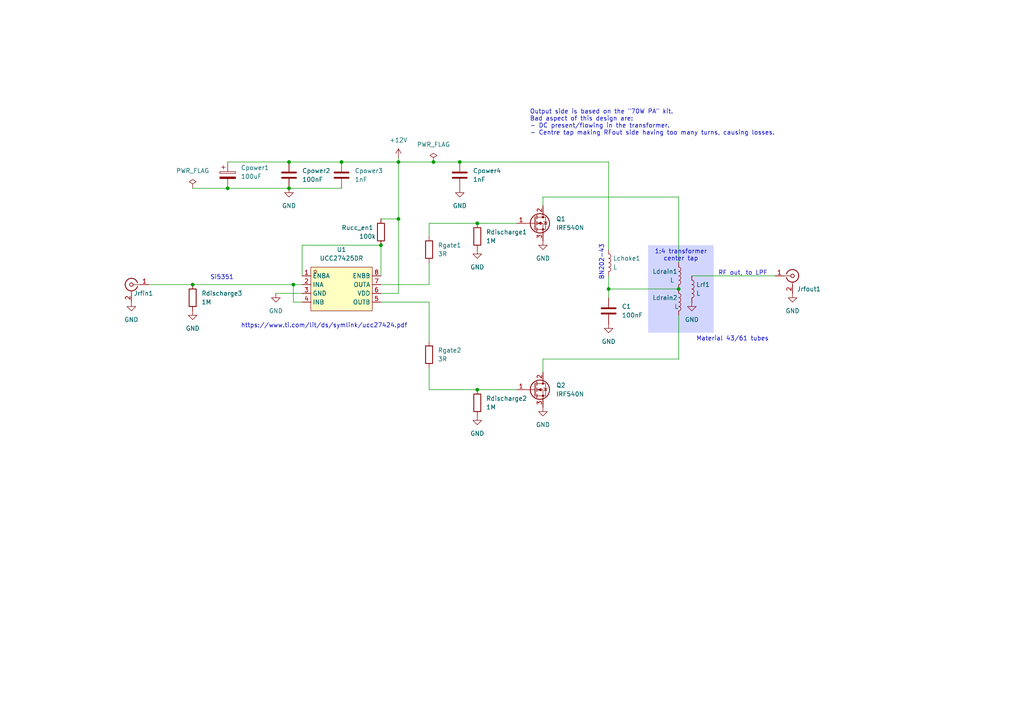
<source format=kicad_sch>
(kicad_sch (version 20230121) (generator eeschema)
  (paper "A4")
  (lib_symbols
    (symbol "Connector:Conn_Coaxial" (pin_names (offset 1.016) hide)
      (property "Reference" "J" (at 0.254 3.048 0))
      (property "Value" "Conn_Coaxial" (at 2.921 0 90))
      (symbol "Conn_Coaxial_0_1"
        (arc (start -1.778 -0.508) (mid 0.2311 -1.8066) (end 1.778 0) (stroke (width 0.254)))
        (polyline (pts (xy -2.54 0) (xy -0.508 0)))
        (polyline (pts (xy 0 -2.54) (xy 0 -1.778)))
        (circle (center 0 0) (radius 0.508) (stroke (width 0.2032)))
        (arc (start 1.778 0) (mid 0.2099 1.8101) (end -1.778 0.508) (stroke (width 0.254)))
      )
      (symbol "Conn_Coaxial_1_1"
        (pin passive line (at -5.08 0 0) (length 2.54) (name "In") (number "1"))
        (pin passive line (at 0 -5.08 90) (length 2.54) (name "Ext") (number "2"))
      )
    )
    (symbol "Device:C" (pin_numbers hide) (pin_names (offset 0.254))
      (property "Reference" "C" (at 0.635 2.54 0))
      (property "Value" "C" (at 0.635 -2.54 0))
      (symbol "C_0_1"
        (polyline (pts (xy -2.032 -0.762) (xy 2.032 -0.762)) (stroke (width 0.508)))
        (polyline (pts (xy -2.032 0.762) (xy 2.032 0.762)) (stroke (width 0.508)))
      )
      (symbol "C_1_1"
        (pin passive line (at 0 3.81 270) (length 2.794) (name "~") (number "1"))
        (pin passive line (at 0 -3.81 90) (length 2.794) (name "~") (number "2"))
      )
    )
    (symbol "Device:C_Polarized" (pin_numbers hide) (pin_names (offset 0.254))
      (property "Reference" "C" (at 0.635 2.54 0))
      (property "Value" "C_Polarized" (at 0.635 -2.54 0))
      (symbol "C_Polarized_0_1"
        (rectangle (start -2.286 0.508) (end 2.286 1.016))
        (polyline (pts (xy -1.778 2.286) (xy -0.762 2.286)))
        (polyline (pts (xy -1.27 2.794) (xy -1.27 1.778)))
        (rectangle (start 2.286 -0.508) (end -2.286 -1.016) (fill (type outline)))
      )
      (symbol "C_Polarized_1_1"
        (pin passive line (at 0 3.81 270) (length 2.794) (name "~") (number "1"))
        (pin passive line (at 0 -3.81 90) (length 2.794) (name "~") (number "2"))
      )
    )
    (symbol "Device:L" (pin_numbers hide) (pin_names (offset 1.016) hide)
      (property "Reference" "L" (at -1.27 0 90))
      (property "Value" "L" (at 1.905 0 90))
      (symbol "L_0_1"
        (arc (start 0 -2.54) (mid 0.6323 -1.905) (end 0 -1.27))
        (arc (start 0 -1.27) (mid 0.6323 -0.635) (end 0 0))
        (arc (start 0 0) (mid 0.6323 0.635) (end 0 1.27))
        (arc (start 0 1.27) (mid 0.6323 1.905) (end 0 2.54))
      )
      (symbol "L_1_1"
        (pin passive line (at 0 3.81 270) (length 1.27) (name "1") (number "1"))
        (pin passive line (at 0 -3.81 90) (length 1.27) (name "2") (number "2"))
      )
    )
    (symbol "Device:R" (pin_numbers hide) (pin_names (offset 0))
      (property "Reference" "R" (at 2.032 0 90))
      (property "Value" "R" (at 0 0 90))
      (symbol "R_0_1"
        (rectangle (start -1.016 -2.54) (end 1.016 2.54) (stroke (width 0.254)))
      )
      (symbol "R_1_1"
        (pin passive line (at 0 3.81 270) (length 1.27) (name "~") (number "1"))
        (pin passive line (at 0 -3.81 90) (length 1.27) (name "~") (number "2"))
      )
    )
    (symbol "Transistor_FET:IRF540N" (pin_names hide)
      (property "Reference" "Q" (at 6.35 1.905 0))
      (property "Value" "IRF540N" (at 6.35 0 0))
      (symbol "IRF540N_0_1"
        (polyline (pts (xy 0.254 0) (xy -2.54 0)))
        (polyline (pts (xy 0.254 1.905) (xy 0.254 -1.905)) (stroke (width 0.254)))
        (polyline (pts (xy 0.762 -1.27) (xy 0.762 -2.286)) (stroke (width 0.254)))
        (polyline (pts (xy 0.762 0.508) (xy 0.762 -0.508)) (stroke (width 0.254)))
        (polyline (pts (xy 0.762 2.286) (xy 0.762 1.27)) (stroke (width 0.254)))
        (polyline (pts (xy 2.54 2.54) (xy 2.54 1.778)))
        (polyline (pts (xy 2.54 -2.54) (xy 2.54 0) (xy 0.762 0)))
        (polyline (pts (xy 0.762 -1.778) (xy 3.302 -1.778) (xy 3.302 1.778) (xy 0.762 1.778)))
        (polyline (pts (xy 1.016 0) (xy 2.032 0.381) (xy 2.032 -0.381) (xy 1.016 0)) (fill (type outline)))
        (polyline (pts (xy 2.794 0.508) (xy 2.921 0.381) (xy 3.683 0.381) (xy 3.81 0.254)))
        (polyline (pts (xy 3.302 0.381) (xy 2.921 -0.254) (xy 3.683 -0.254) (xy 3.302 0.381)))
        (circle (center 1.651 0) (radius 2.794) (stroke (width 0.254)))
        (circle (center 2.54 -1.778) (radius 0.254) (fill (type outline)))
        (circle (center 2.54 1.778) (radius 0.254) (fill (type outline)))
      )
      (symbol "IRF540N_1_1"
        (pin input line (at -5.08 0 0) (length 2.54) (name "G") (number "1"))
        (pin passive line (at 2.54 5.08 270) (length 2.54) (name "D") (number "2"))
        (pin passive line (at 2.54 -5.08 90) (length 2.54) (name "S") (number "3"))
      )
    )
    (symbol "local:UCC27425DR"
      (property "Reference" "U" (at 0 8.89 0))
      (property "Value" "UCC27425DR" (at 0 -8.89 0))
      (symbol "UCC27425DR_0_1"
        (rectangle (start -8.89 6.35) (end 8.89 -6.35) (fill (type background)))
        (circle (center -7.62 5.08) (radius 0.38))
        (pin unspecified line (at -11.43 3.81 0) (length 2.54) (name "ENBA") (number "1"))
        (pin unspecified line (at -11.43 1.27 0) (length 2.54) (name "INA") (number "2"))
        (pin unspecified line (at -11.43 -1.27 0) (length 2.54) (name "GND") (number "3"))
        (pin unspecified line (at -11.43 -3.81 0) (length 2.54) (name "INB") (number "4"))
        (pin unspecified line (at 11.43 -3.81 180) (length 2.54) (name "OUTB") (number "5"))
        (pin unspecified line (at 11.43 -1.27 180) (length 2.54) (name "VDD") (number "6"))
        (pin unspecified line (at 11.43 1.27 180) (length 2.54) (name "OUTA") (number "7"))
        (pin unspecified line (at 11.43 3.81 180) (length 2.54) (name "ENBB") (number "8"))
      )
    )
    (symbol "power:+12V" (power) (pin_names (offset 0))
      (property "Value" "+12V" (at 0 3.556 0))
      (symbol "+12V_0_1"
        (polyline (pts (xy -0.762 1.27) (xy 0 2.54)))
        (polyline (pts (xy 0 0) (xy 0 2.54)))
        (polyline (pts (xy 0 2.54) (xy 0.762 1.27)))
      )
      (symbol "+12V_1_1"
        (pin power_in line (at 0 0 90) (length 0) hide (name "+12V") (number "1"))
      )
    )
    (symbol "power:GND" (power) (pin_names (offset 0))
      (property "Value" "GND" (at 0 -3.81 0))
      (symbol "GND_0_1"
        (polyline (pts (xy 0 0) (xy 0 -1.27) (xy 1.27 -1.27) (xy 0 -2.54) (xy -1.27 -1.27) (xy 0 -1.27)))
      )
      (symbol "GND_1_1"
        (pin power_in line (at 0 0 270) (length 0) hide (name "GND") (number "1"))
      )
    )
    (symbol "power:PWR_FLAG" (power) (pin_numbers hide) (pin_names (offset 0) hide)
      (property "Value" "PWR_FLAG" (at 0 3.81 0))
      (symbol "PWR_FLAG_0_0"
        (pin power_out line (at 0 0 90) (length 0) (name "pwr") (number "1"))
      )
      (symbol "PWR_FLAG_0_1"
        (polyline (pts (xy 0 0) (xy 0 1.27) (xy -1.016 1.905) (xy 0 2.54) (xy 1.016 1.905) (xy 0 1.27)))
      )
    )
  )
  (junction (at 115.57 63.5))
  (junction (at 66.04 54.61))
  (junction (at 85.09 82.55))
  (junction (at 138.43 113.03))
  (junction (at 138.43 64.77))
  (junction (at 83.82 54.61))
  (junction (at 55.88 82.55))
  (junction (at 99.06 46.99))
  (junction (at 110.49 71.12))
  (junction (at 115.57 46.99))
  (junction (at 83.82 46.99))
  (junction (at 125.73 46.99))
  (junction (at 196.85 83.82))
  (junction (at 133.35 46.99))
  (junction (at 176.53 83.82))
  (wire (pts (xy 124.46 87.63) (xy 124.46 99.06)))
  (wire (pts (xy 85.09 82.55) (xy 87.63 82.55)))
  (wire (pts (xy 99.06 46.99) (xy 115.57 46.99)))
  (wire (pts (xy 110.49 63.5) (xy 115.57 63.5)))
  (wire (pts (xy 124.46 82.55) (xy 110.49 82.55)))
  (wire (pts (xy 124.46 64.77) (xy 124.46 68.58)))
  (wire (pts (xy 110.49 87.63) (xy 124.46 87.63)))
  (wire (pts (xy 176.53 83.82) (xy 196.85 83.82)))
  (wire (pts (xy 115.57 46.99) (xy 125.73 46.99)))
  (wire (pts (xy 55.88 54.61) (xy 66.04 54.61)))
  (wire (pts (xy 115.57 63.5) (xy 115.57 85.09)))
  (wire (pts (xy 176.53 83.82) (xy 176.53 80.01)))
  (wire (pts (xy 125.73 46.99) (xy 133.35 46.99)))
  (wire (pts (xy 157.48 104.14) (xy 196.85 104.14)))
  (wire (pts (xy 110.49 85.09) (xy 115.57 85.09)))
  (wire (pts (xy 87.63 80.01) (xy 87.63 71.12)))
  (wire (pts (xy 133.35 46.99) (xy 176.53 46.99)))
  (wire (pts (xy 55.88 82.55) (xy 85.09 82.55)))
  (wire (pts (xy 149.86 64.77) (xy 138.43 64.77)))
  (wire (pts (xy 138.43 113.03) (xy 149.86 113.03)))
  (wire (pts (xy 66.04 54.61) (xy 83.82 54.61)))
  (wire (pts (xy 124.46 64.77) (xy 138.43 64.77)))
  (wire (pts (xy 124.46 106.68) (xy 124.46 113.03)))
  (wire (pts (xy 196.85 57.15) (xy 196.85 76.2)))
  (wire (pts (xy 115.57 46.99) (xy 115.57 63.5)))
  (wire (pts (xy 157.48 57.15) (xy 157.48 59.69)))
  (wire (pts (xy 43.18 82.55) (xy 55.88 82.55)))
  (wire (pts (xy 66.04 46.99) (xy 83.82 46.99)))
  (wire (pts (xy 200.66 80.01) (xy 224.79 80.01)))
  (wire (pts (xy 83.82 54.61) (xy 99.06 54.61)))
  (wire (pts (xy 196.85 104.14) (xy 196.85 91.44)))
  (wire (pts (xy 85.09 87.63) (xy 85.09 82.55)))
  (wire (pts (xy 83.82 46.99) (xy 99.06 46.99)))
  (wire (pts (xy 124.46 113.03) (xy 138.43 113.03)))
  (wire (pts (xy 176.53 83.82) (xy 176.53 86.36)))
  (wire (pts (xy 80.01 85.09) (xy 87.63 85.09)))
  (wire (pts (xy 176.53 72.39) (xy 176.53 46.99)))
  (wire (pts (xy 87.63 87.63) (xy 85.09 87.63)))
  (wire (pts (xy 87.63 71.12) (xy 110.49 71.12)))
  (wire (pts (xy 124.46 76.2) (xy 124.46 82.55)))
  (wire (pts (xy 115.57 45.72) (xy 115.57 46.99)))
  (wire (pts (xy 157.48 104.14) (xy 157.48 107.95)))
  (wire (pts (xy 110.49 71.12) (xy 110.49 80.01)))
  (wire (pts (xy 157.48 57.15) (xy 196.85 57.15)))
  (text_box "1:4 transformer\ncenter tap" (at 187.96 71.12 0) (size 19.05 25.4) (stroke (width -0.0001)) (fill (type color) (color 31 50 255 0.2)) (effects (font (size 1.27 1.27)) (justify top)))
  (text "BN202-43" (at 175.26 81.28 90) (effects (font (size 1.27 1.27)) (justify left bottom)))
  (text "Material 43/61 tubes" (at 201.93 99.06 0) (effects (font (size 1.27 1.27)) (justify left bottom)))
  (text "https://www.ti.com/lit/ds/symlink/ucc27424.pdf" (at 69.85 95.25 0) (effects (font (size 1.27 1.27)) (justify left bottom)))
  (text "Output side is based on the \"70W PA\" kit.\nBad aspect of this design are:\n- DC present/flowing in the transformer.\n- Centre tap making RFout side having too many turns, causing losses." (at 153.67 39.37 0) (effects (font (size 1.27 1.27)) (justify left bottom)))
  (text "Si5351" (at 60.96 81.28 0) (effects (font (size 1.27 1.27)) (justify left bottom)))
  (text "RF out, to LPF" (at 208.28 80.01 0) (effects (font (size 1.27 1.27)) (justify left bottom)))
  (symbol (lib_id "Transistor_FET:IRF540N") (at 154.94 113.03 0) (unit 1)
    (property "Reference" "Q2" (at 161.29 111.76 0) (effects (justify left)))
    (property "Value" "IRF540N" (at 161.29 114.3 0) (effects (justify left)))
    (property "Footprint" "Package_TO_SOT_THT:TO-220-3_Vertical" (effects hide))
    (property "Datasheet" "http://www.irf.com/product-info/datasheets/data/irf540n.pdf" (effects hide))
  )
  (symbol (lib_id "power:GND") (at 229.87 85.09 0) (unit 1)
    (property "Reference" "#PWR010" (effects hide))
    (property "Value" "GND" (at 229.87 90.17 0))
  )
  (symbol (lib_id "Connector:Conn_Coaxial") (at 229.87 80.01 0) (unit 1)
    (property "Reference" "Jrfout1" (at 231.14 83.82 0) (effects (justify left)))
    (property "Value" "Conn_Coaxial" (effects hide))
    (property "Footprint" "LocalGlobal:SMA_EDGELAUNCH_Modded" (effects hide))
    (property "Datasheet" " ~" (effects hide))
  )
  (symbol (lib_id "Device:C") (at 133.35 50.8 0) (unit 1)
    (property "Reference" "Cpower4" (at 137.16 49.53 0) (effects (justify left)))
    (property "Value" "1nF" (at 137.16 52.07 0) (effects (justify left)))
    (property "Footprint" "Capacitor_SMD:C_1206_3216Metric" (effects hide))
  )
  (symbol (lib_id "power:GND") (at 83.82 54.61 0) (unit 1)
    (property "Reference" "#PWR09" (effects hide))
    (property "Value" "GND" (at 83.82 59.69 0))
  )
  (symbol (lib_id "power:GND") (at 38.1 87.63 0) (unit 1)
    (property "Reference" "#PWR011" (effects hide))
    (property "Value" "GND" (at 38.1 92.71 0))
  )
  (symbol (lib_id "power:GND") (at 133.35 54.61 0) (unit 1)
    (property "Reference" "#PWR013" (effects hide))
    (property "Value" "GND" (at 133.35 59.69 0))
  )
  (symbol (lib_id "Device:L") (at 200.66 83.82 0) (unit 1)
    (property "Reference" "Lrf1" (at 201.93 82.55 0) (effects (justify left)))
    (property "Value" "L" (at 201.93 85.09 0) (effects (justify left)))
    (property "Footprint" "Inductor_SMD:L_Wuerth_HCM-1050" (effects hide))
  )
  (symbol (lib_id "Device:R") (at 55.88 86.36 0) (unit 1)
    (property "Reference" "Rdischarge3" (at 58.42 85.09 0) (effects (justify left)))
    (property "Value" "1M" (at 58.42 87.63 0) (effects (justify left)))
    (property "Footprint" "Resistor_SMD:R_0805_2012Metric" (effects hide))
  )
  (symbol (lib_id "Device:L") (at 196.85 87.63 0) (unit 1)
    (property "Reference" "Ldrain2" (at 189.23 86.36 0) (effects (justify left)))
    (property "Value" "L" (at 195.58 88.9 0) (effects (justify left)))
    (property "Footprint" "Inductor_SMD:L_Wuerth_HCM-1050" (effects hide))
  )
  (symbol (lib_id "Device:C") (at 176.53 90.17 0) (unit 1)
    (property "Reference" "C1" (at 180.34 88.9 0) (effects (justify left)))
    (property "Value" "100nF" (at 180.34 91.44 0) (effects (justify left)))
    (property "Footprint" "Capacitor_SMD:C_1206_3216Metric" (effects hide))
  )
  (symbol (lib_id "power:GND") (at 200.66 87.63 0) (unit 1)
    (property "Reference" "#PWR07" (effects hide))
    (property "Value" "GND" (at 200.66 92.71 0))
  )
  (symbol (lib_id "local:UCC27425DR") (at 99.06 83.82 0) (unit 1)
    (property "Reference" "U1" (at 99.06 72.39 0))
    (property "Value" "UCC27425DR" (at 99.06 74.93 0))
    (property "Footprint" "localf2:SOIC-8_L4.9-W3.9-P1.27-LS6.0-BL" (effects hide))
    (property "LCSC Part" "C1848352" (effects hide))
  )
  (symbol (lib_id "power:GND") (at 157.48 69.85 0) (unit 1)
    (property "Reference" "#PWR03" (effects hide))
    (property "Value" "GND" (at 157.48 74.93 0))
  )
  (symbol (lib_id "Device:R") (at 124.46 102.87 0) (unit 1)
    (property "Reference" "Rgate2" (at 127 101.6 0) (effects (justify left)))
    (property "Value" "3R" (at 127 104.14 0) (effects (justify left)))
    (property "Footprint" "Resistor_SMD:R_2010_5025Metric" (effects hide))
  )
  (symbol (lib_id "power:GND") (at 55.88 90.17 0) (unit 1)
    (property "Reference" "#PWR012" (effects hide))
    (property "Value" "GND" (at 55.88 95.25 0))
  )
  (symbol (lib_id "power:GND") (at 157.48 118.11 0) (unit 1)
    (property "Reference" "#PWR04" (effects hide))
    (property "Value" "GND" (at 157.48 123.19 0))
  )
  (symbol (lib_id "Device:C_Polarized") (at 66.04 50.8 0) (unit 1)
    (property "Reference" "Cpower1" (at 69.85 48.641 0) (effects (justify left)))
    (property "Value" "100uF" (at 69.85 51.181 0) (effects (justify left)))
    (property "Footprint" "Capacitor_SMD:C_Elec_8x10.2" (effects hide))
  )
  (symbol (lib_id "power:+12V") (at 115.57 45.72 0) (unit 1)
    (property "Reference" "#PWR06" (effects hide))
    (property "Value" "+12V" (at 115.57 40.64 0))
  )
  (symbol (lib_id "power:GND") (at 176.53 93.98 0) (unit 1)
    (property "Reference" "#PWR08" (effects hide))
    (property "Value" "GND" (at 176.53 99.06 0))
  )
  (symbol (lib_id "Device:R") (at 110.49 67.31 0) (unit 1)
    (property "Reference" "Rucc_en1" (at 99.06 66.04 0) (effects (justify left)))
    (property "Value" "100k" (at 104.14 68.58 0) (effects (justify left)))
    (property "Footprint" "Resistor_SMD:R_0805_2012Metric" (effects hide))
  )
  (symbol (lib_id "Device:R") (at 138.43 116.84 0) (unit 1)
    (property "Reference" "Rdischarge2" (at 140.97 115.57 0) (effects (justify left)))
    (property "Value" "1M" (at 140.97 118.11 0) (effects (justify left)))
    (property "Footprint" "Resistor_SMD:R_0805_2012Metric" (effects hide))
  )
  (symbol (lib_id "power:GND") (at 138.43 120.65 0) (unit 1)
    (property "Reference" "#PWR01" (effects hide))
    (property "Value" "GND" (at 138.43 125.73 0))
  )
  (symbol (lib_id "Device:C") (at 99.06 50.8 0) (unit 1)
    (property "Reference" "Cpower3" (at 102.87 49.53 0) (effects (justify left)))
    (property "Value" "1nF" (at 102.87 52.07 0) (effects (justify left)))
    (property "Footprint" "Capacitor_SMD:C_1206_3216Metric" (effects hide))
  )
  (symbol (lib_id "power:PWR_FLAG") (at 125.73 46.99 0) (unit 1)
    (property "Reference" "#FLG01" (effects hide))
    (property "Value" "PWR_FLAG" (at 125.73 41.91 0))
  )
  (symbol (lib_id "Connector:Conn_Coaxial") (at 38.1 82.55 0) (mirror y) (unit 1)
    (property "Reference" "Jrfin1" (at 44.45 85.09 0) (effects (justify left)))
    (property "Value" "Conn_Coaxial" (effects hide))
    (property "Footprint" "LocalGlobal:SMA_EDGELAUNCH_Modded" (effects hide))
    (property "Datasheet" " ~" (effects hide))
  )
  (symbol (lib_id "power:PWR_FLAG") (at 55.88 54.61 0) (unit 1)
    (property "Reference" "#FLG02" (effects hide))
    (property "Value" "PWR_FLAG" (at 55.88 49.53 0))
  )
  (symbol (lib_id "Device:R") (at 124.46 72.39 0) (unit 1)
    (property "Reference" "Rgate1" (at 127 71.12 0) (effects (justify left)))
    (property "Value" "3R" (at 127 73.66 0) (effects (justify left)))
    (property "Footprint" "Resistor_SMD:R_2010_5025Metric" (effects hide))
  )
  (symbol (lib_id "Transistor_FET:IRF540N") (at 154.94 64.77 0) (unit 1)
    (property "Reference" "Q1" (at 161.29 63.5 0) (effects (justify left)))
    (property "Value" "IRF540N" (at 161.29 66.04 0) (effects (justify left)))
    (property "Footprint" "Package_TO_SOT_THT:TO-220-3_Vertical" (effects hide))
    (property "Datasheet" "http://www.irf.com/product-info/datasheets/data/irf540n.pdf" (effects hide))
  )
  (symbol (lib_id "Device:C") (at 83.82 50.8 0) (unit 1)
    (property "Reference" "Cpower2" (at 87.63 49.53 0) (effects (justify left)))
    (property "Value" "100nF" (at 87.63 52.07 0) (effects (justify left)))
    (property "Footprint" "Capacitor_SMD:C_1206_3216Metric" (effects hide))
  )
  (symbol (lib_id "Device:L") (at 196.85 80.01 0) (unit 1)
    (property "Reference" "Ldrain1" (at 189.23 78.74 0) (effects (justify left)))
    (property "Value" "L" (at 194.31 81.28 0) (effects (justify left)))
    (property "Footprint" "Inductor_SMD:L_Wuerth_HCM-1050" (effects hide))
  )
  (symbol (lib_id "Device:L") (at 176.53 76.2 0) (unit 1)
    (property "Reference" "Lchoke1" (at 177.8 74.93 0) (effects (justify left)))
    (property "Value" "L" (at 177.8 77.47 0) (effects (justify left)))
    (property "Footprint" "Inductor_SMD:L_Wuerth_HCM-1050" (effects hide))
  )
  (symbol (lib_id "power:GND") (at 138.43 72.39 0) (unit 1)
    (property "Reference" "#PWR02" (effects hide))
    (property "Value" "GND" (at 138.43 77.47 0))
  )
  (symbol (lib_id "Device:R") (at 138.43 68.58 0) (unit 1)
    (property "Reference" "Rdischarge1" (at 140.97 67.31 0) (effects (justify left)))
    (property "Value" "1M" (at 140.97 69.85 0) (effects (justify left)))
    (property "Footprint" "Resistor_SMD:R_0805_2012Metric" (effects hide))
  )
  (symbol (lib_id "power:GND") (at 80.01 85.09 0) (unit 1)
    (property "Reference" "#PWR05" (effects hide))
    (property "Value" "GND" (at 80.01 90.17 0))
  )
)
</source>
